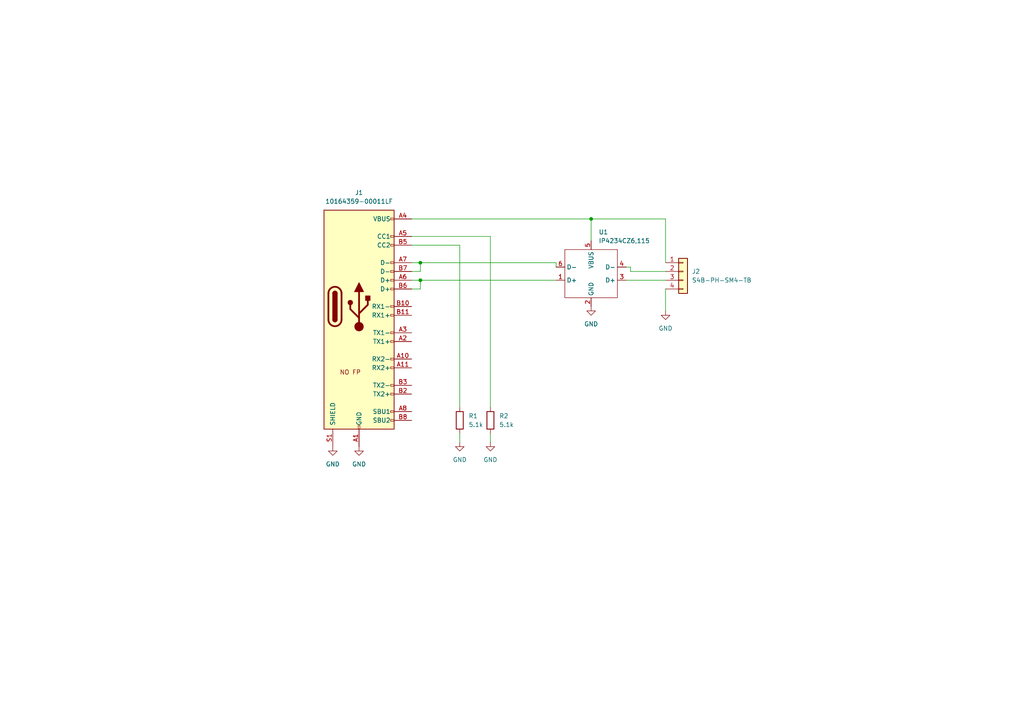
<source format=kicad_sch>
(kicad_sch (version 20230121) (generator eeschema)
  (paper "A4")
  (lib_symbols
    (symbol "AW:5.1k 0402" (pin_numbers hide) (pin_names (offset 0))
      (property "Reference" "R" (at 2.032 0 90))
      (property "Value" "5.1k" (at 0 0 90))
      (symbol "5.1k 0402_0_1"
        (rectangle (start -1.016 -2.54) (end 1.016 2.54) (stroke (width 0.254)))
      )
      (symbol "5.1k 0402_1_1"
        (pin passive line (at 0 3.81 270) (length 1.27) (name "~") (number "1"))
        (pin passive line (at 0 -3.81 90) (length 1.27) (name "~") (number "2"))
      )
    )
    (symbol "AW:IC IP4234CZ6,115 USB2.0 ESD protection TSOP6"
      (property "Reference" "U" (at 0 2.54 0))
      (property "Value" "IP4234CZ6,115" (at 19.05 -16.51 0))
      (symbol "IC IP4234CZ6,115 USB2.0 ESD protection TSOP6_0_1"
        (rectangle (start 0 0) (end 15.24 -13.97))
      )
      (symbol "IC IP4234CZ6,115 USB2.0 ESD protection TSOP6_1_1"
        (pin passive line (at -2.54 -8.89 0) (length 2.54) (name "D+") (number "1"))
        (pin power_in line (at 7.62 -16.51 90) (length 2.54) (name "GND") (number "2"))
        (pin passive line (at 17.78 -8.89 180) (length 2.54) (name "D+") (number "3"))
        (pin passive line (at 17.78 -5.08 180) (length 2.54) (name "D-") (number "4"))
        (pin power_in line (at 7.62 2.54 270) (length 2.54) (name "VBUS") (number "5"))
        (pin passive line (at -2.54 -5.08 0) (length 2.54) (name "D-") (number "6"))
      )
    )
    (symbol "AW:S4B-PH-SM4-TB" (pin_names (offset 1.016) hide)
      (property "Reference" "J" (at 0 7.62 0))
      (property "Value" "S4B-PH-SM4-TB" (at 2.54 -12.7 0))
      (symbol "S4B-PH-SM4-TB_1_1"
        (rectangle (start 0 -7.493) (end 1.27 -7.747) (stroke (width 0.1524)))
        (rectangle (start 0 -4.953) (end 1.27 -5.207) (stroke (width 0.1524)))
        (rectangle (start 0 -2.413) (end 1.27 -2.667) (stroke (width 0.1524)))
        (rectangle (start 0 0.127) (end 1.27 -0.127) (stroke (width 0.1524)))
        (rectangle (start 0 1.27) (end 2.54 -8.89) (stroke (width 0.254)) (fill (type background)))
        (pin passive line (at -3.81 0 0) (length 3.81) (name "Pin_1") (number "1"))
        (pin passive line (at -3.81 -2.54 0) (length 3.81) (name "Pin_2") (number "2"))
        (pin passive line (at -3.81 -5.08 0) (length 3.81) (name "Pin_3") (number "3"))
        (pin passive line (at -3.81 -7.62 0) (length 3.81) (name "Pin_4") (number "4"))
      )
    )
    (symbol "AW:USB C Connector" (pin_names (offset 1.016))
      (property "Reference" "J" (at -10.16 29.21 0))
      (property "Value" "10164359-00011LF" (at 10.16 29.21 0))
      (symbol "USB C Connector_0_0"
        (rectangle (start -0.254 -35.56) (end 0.254 -34.544))
        (rectangle (start 10.16 -32.766) (end 9.144 -33.274))
        (rectangle (start 10.16 -30.226) (end 9.144 -30.734))
        (rectangle (start 10.16 -25.146) (end 9.144 -25.654))
        (rectangle (start 10.16 -22.606) (end 9.144 -23.114))
        (rectangle (start 10.16 -17.526) (end 9.144 -18.034))
        (rectangle (start 10.16 -14.986) (end 9.144 -15.494))
        (rectangle (start 10.16 -9.906) (end 9.144 -10.414))
        (rectangle (start 10.16 -7.366) (end 9.144 -7.874))
        (rectangle (start 10.16 -2.286) (end 9.144 -2.794))
        (rectangle (start 10.16 0.254) (end 9.144 -0.254))
        (rectangle (start 10.16 5.334) (end 9.144 4.826))
        (rectangle (start 10.16 7.874) (end 9.144 7.366))
        (rectangle (start 10.16 10.414) (end 9.144 9.906))
        (rectangle (start 10.16 12.954) (end 9.144 12.446))
        (rectangle (start 10.16 18.034) (end 9.144 17.526))
        (rectangle (start 10.16 20.574) (end 9.144 20.066))
        (rectangle (start 10.16 25.654) (end 9.144 25.146))
      )
      (symbol "USB C Connector_0_1"
        (rectangle (start -10.16 27.94) (end 10.16 -35.56) (stroke (width 0.254)) (fill (type background)))
        (arc (start -8.89 -3.81) (mid -6.985 -5.7067) (end -5.08 -3.81) (stroke (width 0.508)))
        (arc (start -7.62 -3.81) (mid -6.985 -4.4423) (end -6.35 -3.81) (stroke (width 0.254)))
        (arc (start -7.62 -3.81) (mid -6.985 -4.4423) (end -6.35 -3.81) (stroke (width 0.254)) (fill (type outline)))
        (rectangle (start -7.62 -3.81) (end -6.35 3.81) (stroke (width 0.254)) (fill (type outline)))
        (arc (start -6.35 3.81) (mid -6.985 4.4423) (end -7.62 3.81) (stroke (width 0.254)))
        (arc (start -6.35 3.81) (mid -6.985 4.4423) (end -7.62 3.81) (stroke (width 0.254)) (fill (type outline)))
        (arc (start -5.08 3.81) (mid -6.985 5.7067) (end -8.89 3.81) (stroke (width 0.508)))
        (polyline (pts (xy -8.89 -3.81) (xy -8.89 3.81)) (stroke (width 0.508)))
        (polyline (pts (xy -5.08 3.81) (xy -5.08 -3.81)) (stroke (width 0.508)))
      )
      (symbol "USB C Connector_1_1"
        (circle (center -2.54 1.143) (radius 0.635) (stroke (width 0.254)) (fill (type outline)))
        (circle (center 0 -5.842) (radius 1.27) (fill (type outline)))
        (polyline (pts (xy 0 -5.842) (xy 0 4.318)) (stroke (width 0.508)))
        (polyline (pts (xy 0 -3.302) (xy -2.54 -0.762) (xy -2.54 0.508)) (stroke (width 0.508)))
        (polyline (pts (xy 0 -2.032) (xy 2.54 0.508) (xy 2.54 1.778)) (stroke (width 0.508)))
        (polyline (pts (xy -1.27 4.318) (xy 0 6.858) (xy 1.27 4.318) (xy -1.27 4.318)) (stroke (width 0.254)) (fill (type outline)))
        (rectangle (start 1.905 1.778) (end 3.175 3.048) (stroke (width 0.254)) (fill (type outline)))
        (text "NO FP" (at -2.54 -19.05 0) (effects (font (size 1.27 1.27))))
        (pin passive line (at 0 -40.64 90) (length 5.08) (name "GND") (number "A1"))
        (pin bidirectional line (at 15.24 -15.24 180) (length 5.08) (name "RX2-") (number "A10"))
        (pin bidirectional line (at 15.24 -17.78 180) (length 5.08) (name "RX2+") (number "A11"))
        (pin passive line (at 0 -40.64 90) (length 5.08) hide (name "GND") (number "A12"))
        (pin bidirectional line (at 15.24 -10.16 180) (length 5.08) (name "TX1+") (number "A2"))
        (pin bidirectional line (at 15.24 -7.62 180) (length 5.08) (name "TX1-") (number "A3"))
        (pin passive line (at 15.24 25.4 180) (length 5.08) (name "VBUS") (number "A4"))
        (pin bidirectional line (at 15.24 20.32 180) (length 5.08) (name "CC1") (number "A5"))
        (pin bidirectional line (at 15.24 7.62 180) (length 5.08) (name "D+") (number "A6"))
        (pin bidirectional line (at 15.24 12.7 180) (length 5.08) (name "D-") (number "A7"))
        (pin bidirectional line (at 15.24 -30.48 180) (length 5.08) (name "SBU1") (number "A8"))
        (pin passive line (at 15.24 25.4 180) (length 5.08) hide (name "VBUS") (number "A9"))
        (pin passive line (at 0 -40.64 90) (length 5.08) hide (name "GND") (number "B1"))
        (pin bidirectional line (at 15.24 0 180) (length 5.08) (name "RX1-") (number "B10"))
        (pin bidirectional line (at 15.24 -2.54 180) (length 5.08) (name "RX1+") (number "B11"))
        (pin passive line (at 0 -40.64 90) (length 5.08) hide (name "GND") (number "B12"))
        (pin bidirectional line (at 15.24 -25.4 180) (length 5.08) (name "TX2+") (number "B2"))
        (pin bidirectional line (at 15.24 -22.86 180) (length 5.08) (name "TX2-") (number "B3"))
        (pin passive line (at 15.24 25.4 180) (length 5.08) hide (name "VBUS") (number "B4"))
        (pin bidirectional line (at 15.24 17.78 180) (length 5.08) (name "CC2") (number "B5"))
        (pin bidirectional line (at 15.24 5.08 180) (length 5.08) (name "D+") (number "B6"))
        (pin bidirectional line (at 15.24 10.16 180) (length 5.08) (name "D-") (number "B7"))
        (pin bidirectional line (at 15.24 -33.02 180) (length 5.08) (name "SBU2") (number "B8"))
        (pin passive line (at 15.24 25.4 180) (length 5.08) hide (name "VBUS") (number "B9"))
        (pin passive line (at -7.62 -40.64 90) (length 5.08) (name "SHIELD") (number "S1"))
      )
    )
    (symbol "power:GND" (power) (pin_names (offset 0))
      (property "Value" "GND" (at 0 -3.81 0))
      (symbol "GND_0_1"
        (polyline (pts (xy 0 0) (xy 0 -1.27) (xy 1.27 -1.27) (xy 0 -2.54) (xy -1.27 -1.27) (xy 0 -1.27)))
      )
      (symbol "GND_1_1"
        (pin power_in line (at 0 0 270) (length 0) hide (name "GND") (number "1"))
      )
    )
  )
  (junction (at 121.92 76.2))
  (junction (at 171.45 63.5))
  (junction (at 121.92 81.28))
  (wire (pts (xy 119.38 76.2) (xy 121.92 76.2)))
  (wire (pts (xy 182.88 78.74) (xy 193.04 78.74)))
  (wire (pts (xy 119.38 63.5) (xy 171.45 63.5)))
  (wire (pts (xy 119.38 71.12) (xy 133.35 71.12)))
  (wire (pts (xy 119.38 68.58) (xy 142.24 68.58)))
  (wire (pts (xy 119.38 81.28) (xy 121.92 81.28)))
  (wire (pts (xy 193.04 76.2) (xy 193.04 63.5)))
  (wire (pts (xy 193.04 83.82) (xy 193.04 90.17)))
  (wire (pts (xy 133.35 128.27) (xy 133.35 125.73)))
  (wire (pts (xy 121.92 78.74) (xy 121.92 76.2)))
  (wire (pts (xy 161.29 76.2) (xy 161.29 77.47)))
  (wire (pts (xy 171.45 63.5) (xy 193.04 63.5)))
  (wire (pts (xy 119.38 78.74) (xy 121.92 78.74)))
  (wire (pts (xy 171.45 63.5) (xy 171.45 69.85)))
  (wire (pts (xy 121.92 76.2) (xy 161.29 76.2)))
  (wire (pts (xy 121.92 81.28) (xy 161.29 81.28)))
  (wire (pts (xy 142.24 128.27) (xy 142.24 125.73)))
  (wire (pts (xy 119.38 83.82) (xy 121.92 83.82)))
  (wire (pts (xy 133.35 71.12) (xy 133.35 118.11)))
  (wire (pts (xy 121.92 83.82) (xy 121.92 81.28)))
  (wire (pts (xy 182.88 77.47) (xy 181.61 77.47)))
  (wire (pts (xy 182.88 77.47) (xy 182.88 78.74)))
  (wire (pts (xy 181.61 81.28) (xy 193.04 81.28)))
  (wire (pts (xy 142.24 68.58) (xy 142.24 118.11)))
  (symbol (lib_id "power:GND") (at 133.35 128.27 0) (unit 1)
    (property "Reference" "#PWR03" (effects hide))
    (property "Value" "GND" (at 133.35 133.35 0))
  )
  (symbol (lib_id "power:GND") (at 96.52 129.54 0) (unit 1)
    (property "Reference" "#PWR01" (effects hide))
    (property "Value" "GND" (at 96.52 134.62 0))
  )
  (symbol (lib_id "AW:S4B-PH-SM4-TB") (at 196.85 76.2 0) (unit 1)
    (property "Reference" "J2" (at 200.66 78.74 0) (effects (justify left)))
    (property "Value" "S4B-PH-SM4-TB" (at 200.66 81.28 0) (effects (justify left)))
    (property "Footprint" "AW:JST_PH_S4B-PH-SM4-TB_1x04-1MP_P2.00mm_Horizontal" (effects hide))
    (property "Datasheet" "https://www.farnell.com/datasheets/1699381.pdf" (effects hide))
    (property "Code" "AW-00031" (effects hide))
    (property "MPN" "S4B-PH-SM4-TB" (effects hide))
    (property "Type" "SMD" (effects hide))
  )
  (symbol (lib_id "power:GND") (at 142.24 128.27 0) (unit 1)
    (property "Reference" "#PWR04" (effects hide))
    (property "Value" "GND" (at 142.24 133.35 0))
  )
  (symbol (lib_id "power:GND") (at 171.45 88.9 0) (unit 1)
    (property "Reference" "#PWR05" (effects hide))
    (property "Value" "GND" (at 171.45 93.98 0))
  )
  (symbol (lib_id "AW:5.1k 0402") (at 142.24 121.92 0) (unit 1)
    (property "Reference" "R2" (at 144.78 120.65 0) (effects (justify left)))
    (property "Value" "5.1k" (at 144.78 123.19 0) (effects (justify left)))
    (property "Footprint" "AW:R0402" (effects hide))
    (property "Datasheet" "https://www.bourns.com/docs/product-datasheets/cr.pdf?sfvrsn=574d41f6_14" (effects hide))
    (property "Code" "AW-00053" (effects hide))
    (property "MPN" "CR0402-FX-5101GLF" (effects hide))
    (property "Type" "SMD" (effects hide))
  )
  (symbol (lib_id "AW:USB C Connector") (at 104.14 88.9 0) (unit 1)
    (property "Reference" "J1" (at 104.14 55.88 0))
    (property "Value" "10164359-00011LF" (at 104.14 58.42 0))
    (property "Datasheet" "https://www.digikey.co.uk/en/products/detail/amphenol-cs-fci/10164359-00011LF/18443702" (effects hide))
    (property "MPN" "10164359-00011LF" (effects hide))
    (property "Code" "AW-00052" (effects hide))
    (property "Type" "TH" (effects hide))
  )
  (symbol (lib_id "power:GND") (at 193.04 90.17 0) (unit 1)
    (property "Reference" "#PWR06" (effects hide))
    (property "Value" "GND" (at 193.04 95.25 0))
  )
  (symbol (lib_id "power:GND") (at 104.14 129.54 0) (unit 1)
    (property "Reference" "#PWR02" (effects hide))
    (property "Value" "GND" (at 104.14 134.62 0))
  )
  (symbol (lib_id "AW:IC IP4234CZ6,115 USB2.0 ESD protection TSOP6") (at 163.83 72.39 0) (unit 1)
    (property "Reference" "U1" (at 173.6441 67.31 0) (effects (justify left)))
    (property "Value" "IP4234CZ6,115" (at 173.6441 69.85 0) (effects (justify left)))
    (property "Footprint" "AW:TSOP-6_1.65x3.05mm_P0.95mm" (effects hide))
    (property "Datasheet" "https://assets.nexperia.com/documents/data-sheet/IP4234CZ6.pdf" (effects hide))
    (property "Code" "AW-00035" (effects hide))
    (property "Type" "SMD" (effects hide))
    (property "MPN" "IP4234CZ6,115" (effects hide))
  )
  (symbol (lib_id "AW:5.1k 0402") (at 133.35 121.92 0) (unit 1)
    (property "Reference" "R1" (at 135.89 120.65 0) (effects (justify left)))
    (property "Value" "5.1k" (at 135.89 123.19 0) (effects (justify left)))
    (property "Footprint" "AW:R0402" (effects hide))
    (property "Datasheet" "https://www.bourns.com/docs/product-datasheets/cr.pdf?sfvrsn=574d41f6_14" (effects hide))
    (property "Code" "AW-00053" (effects hide))
    (property "MPN" "CR0402-FX-5101GLF" (effects hide))
    (property "Type" "SMD" (effects hide))
  )
)
</source>
